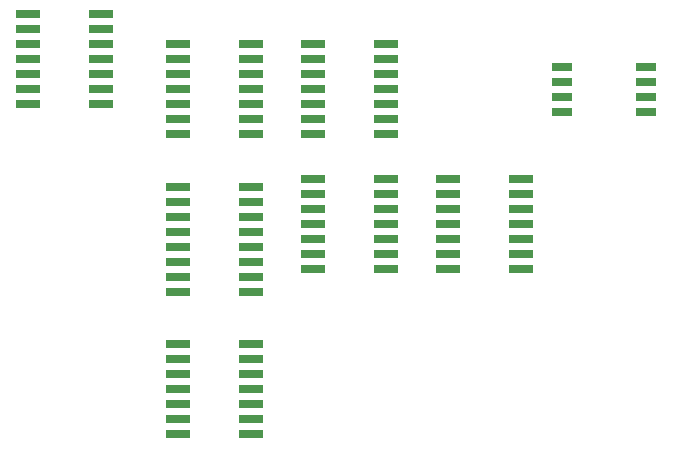
<source format=gbr>
G04 EAGLE Gerber RS-274X export*
G75*
%MOMM*%
%FSLAX34Y34*%
%LPD*%
%INSolderpaste Bottom*%
%IPPOS*%
%AMOC8*
5,1,8,0,0,1.08239X$1,22.5*%
G01*
%ADD10R,2.032000X0.660400*%
%ADD11R,1.800000X0.700000*%


D10*
X576834Y577850D03*
X515366Y577850D03*
X576834Y565150D03*
X576834Y552450D03*
X515366Y565150D03*
X515366Y552450D03*
X576834Y539750D03*
X515366Y539750D03*
X576834Y527050D03*
X515366Y527050D03*
X576834Y514350D03*
X576834Y501650D03*
X515366Y514350D03*
X515366Y501650D03*
X576834Y488950D03*
X515366Y488950D03*
X805434Y584200D03*
X743966Y584200D03*
X805434Y571500D03*
X805434Y558800D03*
X743966Y571500D03*
X743966Y558800D03*
X805434Y546100D03*
X743966Y546100D03*
X805434Y533400D03*
X805434Y520700D03*
X743966Y533400D03*
X743966Y520700D03*
X805434Y508000D03*
X743966Y508000D03*
X576834Y444500D03*
X515366Y444500D03*
X576834Y431800D03*
X576834Y419100D03*
X515366Y431800D03*
X515366Y419100D03*
X576834Y406400D03*
X515366Y406400D03*
X576834Y393700D03*
X576834Y381000D03*
X515366Y393700D03*
X515366Y381000D03*
X576834Y368300D03*
X515366Y368300D03*
X576834Y698500D03*
X515366Y698500D03*
X576834Y685800D03*
X576834Y673100D03*
X515366Y685800D03*
X515366Y673100D03*
X576834Y660400D03*
X515366Y660400D03*
X576834Y647700D03*
X576834Y635000D03*
X515366Y647700D03*
X515366Y635000D03*
X576834Y622300D03*
X515366Y622300D03*
X691134Y698500D03*
X629666Y698500D03*
X691134Y685800D03*
X691134Y673100D03*
X629666Y685800D03*
X629666Y673100D03*
X691134Y660400D03*
X629666Y660400D03*
X691134Y647700D03*
X691134Y635000D03*
X629666Y647700D03*
X629666Y635000D03*
X691134Y622300D03*
X629666Y622300D03*
X691134Y584200D03*
X629666Y584200D03*
X691134Y571500D03*
X691134Y558800D03*
X629666Y571500D03*
X629666Y558800D03*
X691134Y546100D03*
X629666Y546100D03*
X691134Y533400D03*
X691134Y520700D03*
X629666Y533400D03*
X629666Y520700D03*
X691134Y508000D03*
X629666Y508000D03*
X449834Y723900D03*
X388366Y723900D03*
X449834Y711200D03*
X449834Y698500D03*
X388366Y711200D03*
X388366Y698500D03*
X449834Y685800D03*
X388366Y685800D03*
X449834Y673100D03*
X449834Y660400D03*
X388366Y673100D03*
X388366Y660400D03*
X449834Y647700D03*
X388366Y647700D03*
D11*
X911800Y679450D03*
X911800Y666750D03*
X911800Y654050D03*
X911800Y641350D03*
X840800Y641350D03*
X840800Y654050D03*
X840800Y666750D03*
X840800Y679450D03*
M02*

</source>
